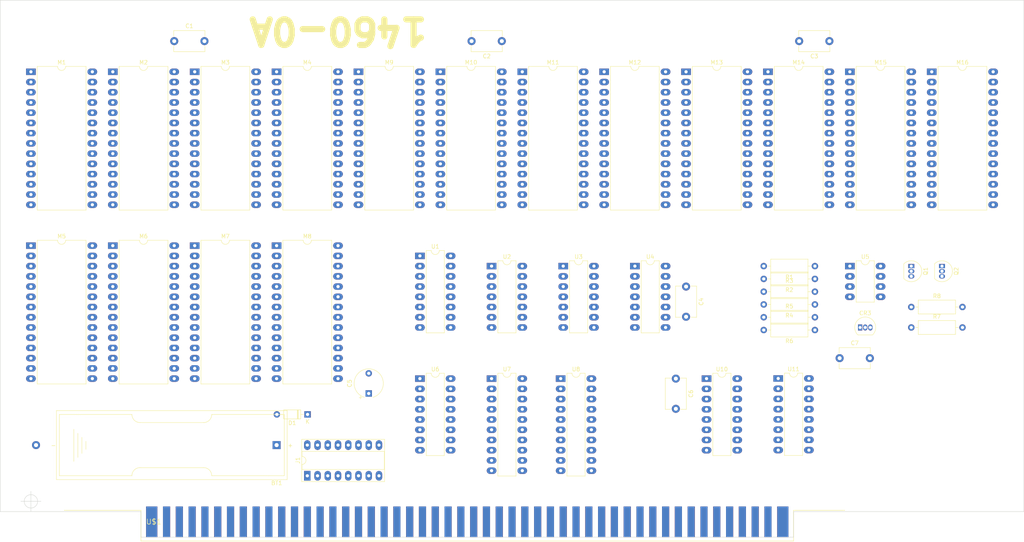
<source format=kicad_pcb>
(kicad_pcb (version 20211014) (generator pcbnew)
  (title_block (title "1460-0A") (company "Fadal (EFormance Engineering)"))
  (layers (0 "F.Cu" signal) (31 "B.Cu" signal) (34 "B.Paste" user) (35 "F.Paste" user) (36 "B.SilkS" user "B.Silkscreen") (37 "F.SilkS" user "F.Silkscreen") (38 "B.Mask" user) (39 "F.Mask" user) (44 "Edge.Cuts" user))
  (net 0 "")
  (net 1 "Net-(BT1-Pad1)")
  (net 2 "/A12")
  (net 3 "/A7")
  (net 4 "/A6")
  (net 5 "/A5")
  (net 6 "/A4")
  (net 7 "/A3")
  (net 9 "GND")
  (net 10 "/A10")
  (net 11 "/A11")
  (net 12 "/A9")
  (net 13 "/A8")
  (net 14 "/{slash}WE")
  (net 15 "VCC")
  (net 20 "/DI0")
  (net 21 "/DI1")
  (net 22 "/DI6")
  (net 23 "/DI5")
  (net 24 "/DI4")
  (net 25 "/DO7")
  (net 26 "/DO3")
  (net 27 "/DO2")
  (net 28 "/A14")
  (net 29 "/A13")
  (net 30 "/A2")
  (net 31 "/A1")
  (net 32 "/A0")
  (net 33 "/PDBIN")
  (net 34 "/{slash}PWR")
  (net 42 "/MWRITE")
  (net 44 "/BXXXX")
  (net 45 "/CXXXX")
  (net 46 "/DXXXX")
  (net 47 "/EXXXX")
  (net 48 "/FXXXX")
  (net 49 "/5XXXX")
  (net 50 "/4XXXX")
  (net 51 "/3XXXX")
  (net 52 "/2XXXX")
  (net 53 "/1XXXX")
  (net 54 "/0XXXX")
  (net 57 "-12V")
  (net 58 "/CLOCK")
  (net 60 "/SMEMR")
  (net 61 "/SINP")
  (net 62 "/SOUT")
  (net 64 "/DI7")
  (net 65 "/DI3")
  (net 66 "/DI2")
  (net 67 "/DO6")
  (net 68 "/DO5")
  (net 69 "/DO4")
  (net 70 "/DO0")
  (net 71 "/DO1")
  (net 72 "/A15")
  (net 76 "/{slash}PSTVAL")
  (net 84 "/AXXXX")
  (net 85 "/9XXXX")
  (net 86 "/8XXXX")
  (net 87 "/7XXXX")
  (net 88 "/6XXXX")
  (net 98 "+12V")
  (net 101 "Net-(CR3-Pad2)")
  (net 102 "VCCQ")
  (net 103 "Net-(R8-Pad1)")
  (net 104 "Net-(Q2-Pad2)")
  (net 108 "Net-(Q2-Pad3)")
  (net 118 "Net-(R2-Pad1)")
  (net 119 "Net-(R4-Pad1)")
  (net 120 "Net-(U10-Pad15)")
  (net 121 "Net-(U7-Pad1)")
  (net 124 "Net-(U10-Pad1)")
  (net 125 "/D0")
  (net 126 "/D1")
  (net 127 "/D2")
  (net 128 "/D3")
  (net 129 "/D4")
  (net 130 "/D5")
  (net 131 "/D6")
  (net 132 "/D7")
  (net 133 "/{slash}OE")
  (net 134 "/CS2")
  (net 135 "/B_A12")
  (net 136 "/B_A7")
  (net 137 "/B_A6")
  (net 138 "/B_A5")
  (net 139 "/B_A4")
  (net 140 "/B_A3")
  (net 141 "/B_A2")
  (net 142 "/B_A1")
  (net 143 "/B_A0")
  (net 144 "/B_A10")
  (net 145 "/B_A11")
  (net 146 "/B_A9")
  (net 147 "/B_A8")
  (net 163 "/BANK_A")
  (net 164 "/BANK_B")
  (net 165 "/M1_CS1")
  (net 166 "/M2_CS1")
  (net 167 "/M3_CS1")
  (net 168 "/M4_CS1")
  (net 169 "/M7_CS1")
  (net 170 "/M8_CS1")
  (net 171 "/M9_CS1")
  (net 172 "/M10_CS1")
  (net 173 "/M11_CS1")
  (net 174 "/M12_CS1")
  (net 175 "/M13_CS1")
  (net 176 "/M14_CS1")
  (net 177 "/M15_CS1")
  (net 178 "/M16_CS1")
  (net 179 "/M5_CS1")
  (net 180 "/M6_CS1")
  (net 181 "Net-(U4-Pad6)")
  (footprint "Package_DIP:DIP-28_W15.24mm_LongPads" (layer "F.Cu") (at 53.34 86.36)
    (fp_text reference "M6")
    (fp_text value "6264A")
  )
  (footprint "Resistor_THT:R_Axial_DIN0309_L9.0mm_D3.2mm_P12.70mm_Horizontal" (layer "F.Cu") (at 214.85 97.79)
    (fp_text reference "R3")
    (fp_text value "10K")
  )
  (footprint "Package_DIP:DIP-16_W7.62mm_Socket_LongPads" (layer "F.Cu") (at 101.6 143.51 90)
    (fp_text reference "J1")
    (fp_text value "Conn_02x08_Top_Bottom")
  )
  (footprint "Package_DIP:DIP-16_W7.62mm_LongPads" (layer "F.Cu") (at 129.54 88.9)
    (fp_text reference "U1")
    (fp_text value "74138N")
  )
  (footprint "Package_DIP:DIP-20_W7.62mm_LongPads" (layer "F.Cu") (at 147.32 119.38)
    (fp_text reference "U7")
    (fp_text value "74LS244")
  )
  (footprint "Resistor_THT:R_Axial_DIN0309_L9.0mm_D3.2mm_P12.70mm_Horizontal" (layer "F.Cu") (at 227.55 91.44 180)
    (fp_text reference "R1")
    (fp_text value "10K")
  )
  (footprint "Package_DIP:DIP-28_W15.24mm_LongPads" (layer "F.Cu") (at 195.575 43.18)
    (fp_text reference "M13")
    (fp_text value "6264A")
  )
  (footprint "Package_TO_SOT_THT:TO-92_Inline" (layer "F.Cu") (at 251.46 91.44 -90)
    (fp_text reference "Q1")
    (fp_text value "2N3905")
  )
  (footprint "Package_DIP:DIP-28_W15.24mm_LongPads" (layer "F.Cu") (at 134.615 43.18)
    (fp_text reference "M10")
    (fp_text value "6264A")
  )
  (footprint "Resistor_THT:R_Axial_DIN0309_L9.0mm_D3.2mm_P12.70mm_Horizontal" (layer "F.Cu") (at 227.55 94.615 180)
    (fp_text reference "R2")
    (fp_text value "21K")
  )
  (footprint "Package_DIP:DIP-14_W7.62mm_LongPads" (layer "F.Cu") (at 147.32 91.44)
    (fp_text reference "U2")
    (fp_text value "74LS14")
  )
  (footprint "Package_TO_SOT_THT:TO-92_Inline" (layer "F.Cu") (at 238.76 106.68)
    (fp_text reference "CR3")
    (fp_text value "LM385BZ-1.2")
  )
  (footprint "Battery:BatteryHolder_Keystone_2460_1xAA" (layer "F.Cu") (at 93.98 135.89 180)
    (fp_text reference "BT1")
    (fp_text value "Tadiran 3.6v Lithium AA")
  )
  (footprint "Resistor_THT:R_Axial_DIN0309_L9.0mm_D3.2mm_P12.70mm_Horizontal" (layer "F.Cu") (at 251.46 106.68)
    (fp_text reference "R7")
    (fp_text value "68.3K")
  )
  (footprint "Package_TO_SOT_THT:TO-92_Inline" (layer "F.Cu") (at 259.08 91.44 -90)
    (fp_text reference "Q2")
    (fp_text value "2N3904")
  )
  (footprint "Package_DIP:DIP-16_W7.62mm_LongPads" (layer "F.Cu") (at 129.54 119.38)
    (fp_text reference "U6")
    (fp_text value "74138N")
  )
  (footprint "Package_DIP:DIP-20_W7.62mm_LongPads" (layer "F.Cu") (at 164.465 119.38)
    (fp_text reference "U8")
    (fp_text value "74LS244")
  )
  (footprint "Package_DIP:DIP-28_W15.24mm_LongPads" (layer "F.Cu") (at 73.66 86.36)
    (fp_text reference "M7")
    (fp_text value "6264A")
  )
  (footprint "Capacitor_THT:C_Disc_D7.5mm_W5.0mm_P7.50mm" (layer "F.Cu") (at 193.04 119.38 -90)
    (fp_text reference "C6")
    (fp_text value ".1uf")
  )
  (footprint "Package_DIP:DIP-28_W15.24mm_LongPads" (layer "F.Cu") (at 33.02 86.36)
    (fp_text reference "M5")
    (fp_text value "6264A")
  )
  (footprint "Package_DIP:DIP-16_W7.62mm_LongPads" (layer "F.Cu") (at 200.66 119.38)
    (fp_text reference "U10")
    (fp_text value "P8216")
  )
  (footprint "Diode_THT:D_DO-35_SOD27_P7.62mm_Horizontal" (layer "F.Cu") (at 101.665 128.27 180)
    (fp_text reference "D1")
    (fp_text value "1N914")
  )
  (footprint "Resistor_THT:R_Axial_DIN0309_L9.0mm_D3.2mm_P12.70mm_Horizontal" (layer "F.Cu") (at 227.55 100.965 180)
    (fp_text reference "R4")
    (fp_text value "10M")
  )
  (footprint "Package_DIP:DIP-28_W15.24mm_LongPads" (layer "F.Cu") (at 33.02 43.18)
    (fp_text reference "M1")
    (fp_text value "6264A")
  )
  (footprint "Package_DIP:DIP-28_W15.24mm_LongPads" (layer "F.Cu") (at 114.295 43.18)
    (fp_text reference "M9")
    (fp_text value "6264A")
  )
  (footprint "Resistor_THT:R_Axial_DIN0309_L9.0mm_D3.2mm_P12.70mm_Horizontal" (layer "F.Cu") (at 227.55 107.315 180)
    (fp_text reference "R6")
    (fp_text value "7.15K")
  )
  (footprint "Package_DIP:DIP-28_W15.24mm_LongPads" (layer "F.Cu") (at 73.66 43.18)
    (fp_text reference "M3")
    (fp_text value "6264A")
  )
  (footprint "Package_DIP:DIP-28_W15.24mm_LongPads" (layer "F.Cu") (at 175.255 43.18)
    (fp_text reference "M12")
    (fp_text value "6264A")
  )
  (footprint "Package_DIP:DIP-28_W15.24mm_LongPads" (layer "F.Cu") (at 154.94 43.18)
    (fp_text reference "M11")
    (fp_text value "6264A")
  )
  (footprint "Package_DIP:DIP-28_W15.24mm_LongPads" (layer "F.Cu") (at 53.34 43.18)
    (fp_text reference "M2")
    (fp_text value "6264A")
  )
  (footprint "Package_DIP:DIP-28_W15.24mm_LongPads" (layer "F.Cu") (at 256.535 43.18)
    (fp_text reference "M16")
    (fp_text value "6264A")
  )
  (footprint "Package_DIP:DIP-28_W15.24mm_LongPads" (layer "F.Cu") (at 93.98 86.36)
    (fp_text reference "M8")
    (fp_text value "6264A")
  )
  (footprint "Package_DIP:DIP-28_W15.24mm_LongPads" (layer "F.Cu") (at 236.215 43.18)
    (fp_text reference "M15")
    (fp_text value "6264A")
  )
  (footprint "Package_DIP:DIP-14_W7.62mm_LongPads" (layer "F.Cu") (at 165.1 91.44)
    (fp_text reference "U3")
    (fp_text value "4114R-2-103LF")
  )
  (footprint "Package_DIP:DIP-28_W15.24mm_LongPads" (layer "F.Cu") (at 93.98 43.18)
    (fp_text reference "M4")
    (fp_text value "6264A")
  )
  (footprint "S100:S100_MALE" (layer "F.Cu") (at 63.5 154.94)
    (fp_text reference "U$1")
    (fp_text value "S100_MALE")
  )
  (footprint "Package_DIP:DIP-28_W15.24mm_LongPads" (layer "F.Cu") (at 215.9 43.18)
    (fp_text reference "M14")
    (fp_text value "6264A")
  )
  (footprint "Package_DIP:DIP-14_W7.62mm_LongPads" (layer "F.Cu") (at 182.88 91.44)
    (fp_text reference "U4")
    (fp_text value "74LS08")
  )
  (footprint "Package_DIP:DIP-8_W7.62mm_LongPads" (layer "F.Cu") (at 236.22 91.44)
    (fp_text reference "U5")
    (fp_text value "LM393")
  )
  (footprint "Package_DIP:DIP-16_W7.62mm_LongPads" (layer "F.Cu") (at 218.44 119.35)
    (fp_text reference "U11")
    (fp_text value "P8216")
  )
  (footprint "Capacitor_THT:C_Disc_D7.5mm_W5.0mm_P7.50mm" (layer "F.Cu") (at 68.58 35.56)
    (fp_text reference "C1")
    (fp_text value ".1uf")
  )
  (footprint "Resistor_THT:R_Axial_DIN0309_L9.0mm_D3.2mm_P12.70mm_Horizontal" (layer "F.Cu") (at 251.46 101.6)
    (fp_text reference "R8")
    (fp_text value "1K")
  )
  (footprint "Capacitor_THT:C_Disc_D7.5mm_W5.0mm_P7.50mm" (layer "F.Cu") (at 195.58 96.52 -90)
    (fp_text reference "C4")
    (fp_text value ".1uf")
  )
  (footprint "Resistor_THT:R_Axial_DIN0309_L9.0mm_D3.2mm_P12.70mm_Horizontal" (layer "F.Cu") (at 214.85 104.14)
    (fp_text reference "R5")
    (fp_text value "10K")
  )
  (footprint "Capacitor_THT:C_Disc_D7.5mm_W5.0mm_P7.50mm" (layer "F.Cu") (at 233.68 114.3)
    (fp_text reference "C7")
    (fp_text value "100pf")
  )
  (footprint "Capacitor_THT:CP_Radial_Tantal_D7.0mm_P5.00mm" (layer "F.Cu") (at 116.84 123.070139 90)
    (fp_text reference "C5")
    (fp_text value "10uf")
  )
  (footprint "Capacitor_THT:C_Disc_D7.5mm_W5.0mm_P7.50mm" (layer "F.Cu") (at 231.14 35.56 180)
    (fp_text reference "C3")
    (fp_text value ".1uf")
  )
  (footprint "Capacitor_THT:C_Disc_D7.5mm_W5.0mm_P7.50mm" (layer "F.Cu") (at 149.86 35.56 180)
    (fp_text reference "C2")
    (fp_text value ".1uf")
  )
  (gr_line (start 222.25 152.4) (end 279.4 152.4) (layer "Edge.Cuts") (width 0.1))
  (gr_line (start 60.325 152.4) (end 60.325 158.75) (layer "Edge.Cuts") (width 0.1))
  (gr_line (start 25.4 25.4) (end 25.4 152.4) (layer "Edge.Cuts") (width 0.1))
  (gr_line (start 60.325 158.75) (end 222.25 158.75) (layer "Edge.Cuts") (width 0.1))
  (gr_line (start 279.4 152.4) (end 279.4 25.4) (layer "Edge.Cuts") (width 0.1))
  (gr_line (start 222.25 158.75) (end 222.25 152.4) (layer "Edge.Cuts") (width 0.1))
  (gr_line (start 279.4 25.4) (end 25.4 25.4) (layer "Edge.Cuts") (width 0.1))
  (gr_line (start 25.4 152.4) (end 60.325 152.4) (layer "Edge.Cuts") (width 0.1))
  (gr_text "1460-0A\n" (at 109.22 33.02 180) (layer "F.SilkS") (effects (font (size 6.35 6.35) (thickness 1.524))))
  (target plus (at 33.02 149.86) (size 5) (width 0.1) (layer "Edge.Cuts"))
)
</source>
